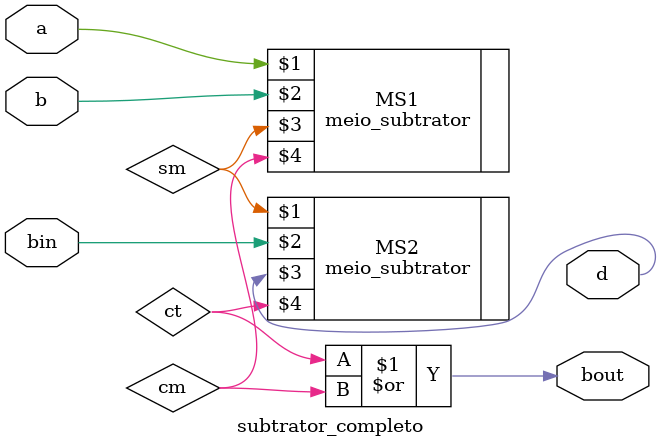
<source format=sv>
module subtrator_completo(a, b, bin, d, bout);
    input a, b, bin;
    output d, bout;
    wire sm, cm, ct;
    meio_subtrator MS1(a, b, sm, cm), MS2(sm, bin, d, ct);
    assign bout = ct | cm;
endmodule

</source>
